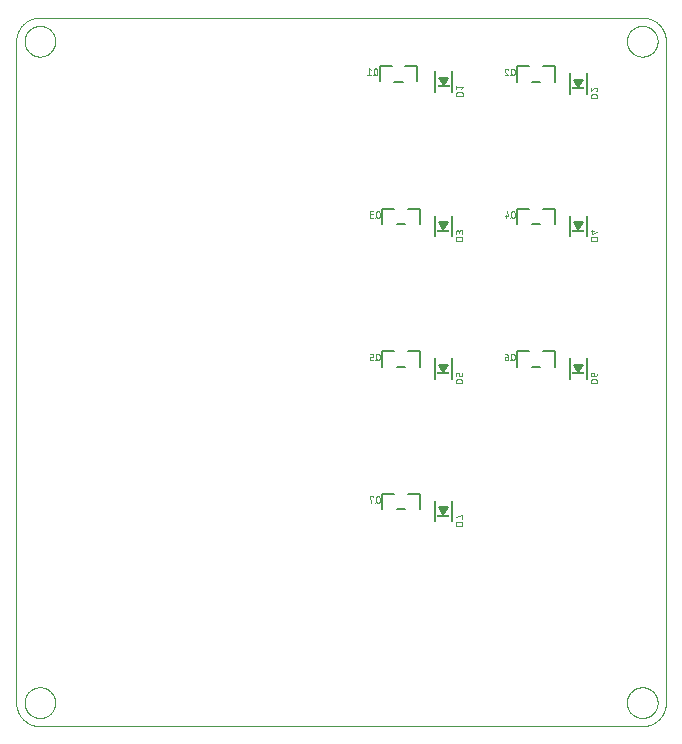
<source format=gbo>
G75*
%MOIN*%
%OFA0B0*%
%FSLAX25Y25*%
%IPPOS*%
%LPD*%
%AMOC8*
5,1,8,0,0,1.08239X$1,22.5*
%
%ADD10C,0.00001*%
%ADD11C,0.00800*%
%ADD12C,0.00200*%
%ADD13R,0.03937X0.00787*%
D10*
X0105675Y0063549D02*
X0105675Y0284021D01*
X0108431Y0284021D02*
X0108433Y0284164D01*
X0108439Y0284307D01*
X0108449Y0284449D01*
X0108463Y0284591D01*
X0108481Y0284733D01*
X0108503Y0284875D01*
X0108528Y0285015D01*
X0108558Y0285155D01*
X0108592Y0285294D01*
X0108629Y0285432D01*
X0108671Y0285569D01*
X0108716Y0285704D01*
X0108765Y0285838D01*
X0108817Y0285971D01*
X0108873Y0286103D01*
X0108933Y0286232D01*
X0108997Y0286360D01*
X0109064Y0286487D01*
X0109135Y0286611D01*
X0109209Y0286733D01*
X0109286Y0286853D01*
X0109367Y0286971D01*
X0109451Y0287087D01*
X0109538Y0287200D01*
X0109628Y0287311D01*
X0109722Y0287419D01*
X0109818Y0287525D01*
X0109917Y0287627D01*
X0110020Y0287727D01*
X0110124Y0287824D01*
X0110232Y0287919D01*
X0110342Y0288010D01*
X0110455Y0288098D01*
X0110570Y0288182D01*
X0110687Y0288264D01*
X0110807Y0288342D01*
X0110928Y0288417D01*
X0111052Y0288489D01*
X0111178Y0288557D01*
X0111305Y0288621D01*
X0111435Y0288682D01*
X0111566Y0288739D01*
X0111698Y0288793D01*
X0111832Y0288842D01*
X0111967Y0288889D01*
X0112104Y0288931D01*
X0112242Y0288969D01*
X0112380Y0289004D01*
X0112520Y0289034D01*
X0112660Y0289061D01*
X0112801Y0289084D01*
X0112943Y0289103D01*
X0113085Y0289118D01*
X0113228Y0289129D01*
X0113370Y0289136D01*
X0113513Y0289139D01*
X0113656Y0289138D01*
X0113799Y0289133D01*
X0113942Y0289124D01*
X0114084Y0289111D01*
X0114226Y0289094D01*
X0114367Y0289073D01*
X0114508Y0289048D01*
X0114648Y0289020D01*
X0114787Y0288987D01*
X0114925Y0288950D01*
X0115062Y0288910D01*
X0115198Y0288866D01*
X0115333Y0288818D01*
X0115466Y0288766D01*
X0115598Y0288711D01*
X0115728Y0288652D01*
X0115857Y0288589D01*
X0115983Y0288523D01*
X0116108Y0288453D01*
X0116231Y0288380D01*
X0116351Y0288304D01*
X0116470Y0288224D01*
X0116586Y0288140D01*
X0116700Y0288054D01*
X0116811Y0287964D01*
X0116920Y0287872D01*
X0117026Y0287776D01*
X0117130Y0287678D01*
X0117231Y0287576D01*
X0117328Y0287472D01*
X0117423Y0287365D01*
X0117515Y0287256D01*
X0117604Y0287144D01*
X0117690Y0287029D01*
X0117772Y0286913D01*
X0117851Y0286793D01*
X0117927Y0286672D01*
X0117999Y0286549D01*
X0118068Y0286424D01*
X0118133Y0286297D01*
X0118195Y0286168D01*
X0118253Y0286037D01*
X0118308Y0285905D01*
X0118358Y0285771D01*
X0118405Y0285636D01*
X0118449Y0285500D01*
X0118488Y0285363D01*
X0118523Y0285224D01*
X0118555Y0285085D01*
X0118583Y0284945D01*
X0118607Y0284804D01*
X0118627Y0284662D01*
X0118643Y0284520D01*
X0118655Y0284378D01*
X0118663Y0284235D01*
X0118667Y0284092D01*
X0118667Y0283950D01*
X0118663Y0283807D01*
X0118655Y0283664D01*
X0118643Y0283522D01*
X0118627Y0283380D01*
X0118607Y0283238D01*
X0118583Y0283097D01*
X0118555Y0282957D01*
X0118523Y0282818D01*
X0118488Y0282679D01*
X0118449Y0282542D01*
X0118405Y0282406D01*
X0118358Y0282271D01*
X0118308Y0282137D01*
X0118253Y0282005D01*
X0118195Y0281874D01*
X0118133Y0281745D01*
X0118068Y0281618D01*
X0117999Y0281493D01*
X0117927Y0281370D01*
X0117851Y0281249D01*
X0117772Y0281129D01*
X0117690Y0281013D01*
X0117604Y0280898D01*
X0117515Y0280786D01*
X0117423Y0280677D01*
X0117328Y0280570D01*
X0117231Y0280466D01*
X0117130Y0280364D01*
X0117026Y0280266D01*
X0116920Y0280170D01*
X0116811Y0280078D01*
X0116700Y0279988D01*
X0116586Y0279902D01*
X0116470Y0279818D01*
X0116351Y0279738D01*
X0116231Y0279662D01*
X0116108Y0279589D01*
X0115983Y0279519D01*
X0115857Y0279453D01*
X0115728Y0279390D01*
X0115598Y0279331D01*
X0115466Y0279276D01*
X0115333Y0279224D01*
X0115198Y0279176D01*
X0115062Y0279132D01*
X0114925Y0279092D01*
X0114787Y0279055D01*
X0114648Y0279022D01*
X0114508Y0278994D01*
X0114367Y0278969D01*
X0114226Y0278948D01*
X0114084Y0278931D01*
X0113942Y0278918D01*
X0113799Y0278909D01*
X0113656Y0278904D01*
X0113513Y0278903D01*
X0113370Y0278906D01*
X0113228Y0278913D01*
X0113085Y0278924D01*
X0112943Y0278939D01*
X0112801Y0278958D01*
X0112660Y0278981D01*
X0112520Y0279008D01*
X0112380Y0279038D01*
X0112242Y0279073D01*
X0112104Y0279111D01*
X0111967Y0279153D01*
X0111832Y0279200D01*
X0111698Y0279249D01*
X0111566Y0279303D01*
X0111435Y0279360D01*
X0111305Y0279421D01*
X0111178Y0279485D01*
X0111052Y0279553D01*
X0110928Y0279625D01*
X0110807Y0279700D01*
X0110687Y0279778D01*
X0110570Y0279860D01*
X0110455Y0279944D01*
X0110342Y0280032D01*
X0110232Y0280123D01*
X0110124Y0280218D01*
X0110020Y0280315D01*
X0109917Y0280415D01*
X0109818Y0280517D01*
X0109722Y0280623D01*
X0109628Y0280731D01*
X0109538Y0280842D01*
X0109451Y0280955D01*
X0109367Y0281071D01*
X0109286Y0281189D01*
X0109209Y0281309D01*
X0109135Y0281431D01*
X0109064Y0281555D01*
X0108997Y0281682D01*
X0108933Y0281810D01*
X0108873Y0281939D01*
X0108817Y0282071D01*
X0108765Y0282204D01*
X0108716Y0282338D01*
X0108671Y0282473D01*
X0108629Y0282610D01*
X0108592Y0282748D01*
X0108558Y0282887D01*
X0108528Y0283027D01*
X0108503Y0283167D01*
X0108481Y0283309D01*
X0108463Y0283451D01*
X0108449Y0283593D01*
X0108439Y0283735D01*
X0108433Y0283878D01*
X0108431Y0284021D01*
X0105675Y0284021D02*
X0105677Y0284211D01*
X0105684Y0284401D01*
X0105696Y0284591D01*
X0105712Y0284781D01*
X0105732Y0284970D01*
X0105758Y0285159D01*
X0105787Y0285347D01*
X0105822Y0285534D01*
X0105861Y0285720D01*
X0105904Y0285905D01*
X0105952Y0286090D01*
X0106004Y0286273D01*
X0106060Y0286454D01*
X0106121Y0286634D01*
X0106187Y0286813D01*
X0106256Y0286990D01*
X0106330Y0287166D01*
X0106408Y0287339D01*
X0106491Y0287511D01*
X0106577Y0287680D01*
X0106667Y0287848D01*
X0106762Y0288013D01*
X0106860Y0288176D01*
X0106963Y0288336D01*
X0107069Y0288494D01*
X0107179Y0288649D01*
X0107292Y0288802D01*
X0107410Y0288952D01*
X0107531Y0289098D01*
X0107655Y0289242D01*
X0107783Y0289383D01*
X0107914Y0289521D01*
X0108049Y0289656D01*
X0108187Y0289787D01*
X0108328Y0289915D01*
X0108472Y0290039D01*
X0108618Y0290160D01*
X0108768Y0290278D01*
X0108921Y0290391D01*
X0109076Y0290501D01*
X0109234Y0290607D01*
X0109394Y0290710D01*
X0109557Y0290808D01*
X0109722Y0290903D01*
X0109890Y0290993D01*
X0110059Y0291079D01*
X0110231Y0291162D01*
X0110404Y0291240D01*
X0110580Y0291314D01*
X0110757Y0291383D01*
X0110936Y0291449D01*
X0111116Y0291510D01*
X0111297Y0291566D01*
X0111480Y0291618D01*
X0111665Y0291666D01*
X0111850Y0291709D01*
X0112036Y0291748D01*
X0112223Y0291783D01*
X0112411Y0291812D01*
X0112600Y0291838D01*
X0112789Y0291858D01*
X0112979Y0291874D01*
X0113169Y0291886D01*
X0113359Y0291893D01*
X0113549Y0291895D01*
X0314336Y0291895D01*
X0309218Y0284021D02*
X0309220Y0284164D01*
X0309226Y0284307D01*
X0309236Y0284449D01*
X0309250Y0284591D01*
X0309268Y0284733D01*
X0309290Y0284875D01*
X0309315Y0285015D01*
X0309345Y0285155D01*
X0309379Y0285294D01*
X0309416Y0285432D01*
X0309458Y0285569D01*
X0309503Y0285704D01*
X0309552Y0285838D01*
X0309604Y0285971D01*
X0309660Y0286103D01*
X0309720Y0286232D01*
X0309784Y0286360D01*
X0309851Y0286487D01*
X0309922Y0286611D01*
X0309996Y0286733D01*
X0310073Y0286853D01*
X0310154Y0286971D01*
X0310238Y0287087D01*
X0310325Y0287200D01*
X0310415Y0287311D01*
X0310509Y0287419D01*
X0310605Y0287525D01*
X0310704Y0287627D01*
X0310807Y0287727D01*
X0310911Y0287824D01*
X0311019Y0287919D01*
X0311129Y0288010D01*
X0311242Y0288098D01*
X0311357Y0288182D01*
X0311474Y0288264D01*
X0311594Y0288342D01*
X0311715Y0288417D01*
X0311839Y0288489D01*
X0311965Y0288557D01*
X0312092Y0288621D01*
X0312222Y0288682D01*
X0312353Y0288739D01*
X0312485Y0288793D01*
X0312619Y0288842D01*
X0312754Y0288889D01*
X0312891Y0288931D01*
X0313029Y0288969D01*
X0313167Y0289004D01*
X0313307Y0289034D01*
X0313447Y0289061D01*
X0313588Y0289084D01*
X0313730Y0289103D01*
X0313872Y0289118D01*
X0314015Y0289129D01*
X0314157Y0289136D01*
X0314300Y0289139D01*
X0314443Y0289138D01*
X0314586Y0289133D01*
X0314729Y0289124D01*
X0314871Y0289111D01*
X0315013Y0289094D01*
X0315154Y0289073D01*
X0315295Y0289048D01*
X0315435Y0289020D01*
X0315574Y0288987D01*
X0315712Y0288950D01*
X0315849Y0288910D01*
X0315985Y0288866D01*
X0316120Y0288818D01*
X0316253Y0288766D01*
X0316385Y0288711D01*
X0316515Y0288652D01*
X0316644Y0288589D01*
X0316770Y0288523D01*
X0316895Y0288453D01*
X0317018Y0288380D01*
X0317138Y0288304D01*
X0317257Y0288224D01*
X0317373Y0288140D01*
X0317487Y0288054D01*
X0317598Y0287964D01*
X0317707Y0287872D01*
X0317813Y0287776D01*
X0317917Y0287678D01*
X0318018Y0287576D01*
X0318115Y0287472D01*
X0318210Y0287365D01*
X0318302Y0287256D01*
X0318391Y0287144D01*
X0318477Y0287029D01*
X0318559Y0286913D01*
X0318638Y0286793D01*
X0318714Y0286672D01*
X0318786Y0286549D01*
X0318855Y0286424D01*
X0318920Y0286297D01*
X0318982Y0286168D01*
X0319040Y0286037D01*
X0319095Y0285905D01*
X0319145Y0285771D01*
X0319192Y0285636D01*
X0319236Y0285500D01*
X0319275Y0285363D01*
X0319310Y0285224D01*
X0319342Y0285085D01*
X0319370Y0284945D01*
X0319394Y0284804D01*
X0319414Y0284662D01*
X0319430Y0284520D01*
X0319442Y0284378D01*
X0319450Y0284235D01*
X0319454Y0284092D01*
X0319454Y0283950D01*
X0319450Y0283807D01*
X0319442Y0283664D01*
X0319430Y0283522D01*
X0319414Y0283380D01*
X0319394Y0283238D01*
X0319370Y0283097D01*
X0319342Y0282957D01*
X0319310Y0282818D01*
X0319275Y0282679D01*
X0319236Y0282542D01*
X0319192Y0282406D01*
X0319145Y0282271D01*
X0319095Y0282137D01*
X0319040Y0282005D01*
X0318982Y0281874D01*
X0318920Y0281745D01*
X0318855Y0281618D01*
X0318786Y0281493D01*
X0318714Y0281370D01*
X0318638Y0281249D01*
X0318559Y0281129D01*
X0318477Y0281013D01*
X0318391Y0280898D01*
X0318302Y0280786D01*
X0318210Y0280677D01*
X0318115Y0280570D01*
X0318018Y0280466D01*
X0317917Y0280364D01*
X0317813Y0280266D01*
X0317707Y0280170D01*
X0317598Y0280078D01*
X0317487Y0279988D01*
X0317373Y0279902D01*
X0317257Y0279818D01*
X0317138Y0279738D01*
X0317018Y0279662D01*
X0316895Y0279589D01*
X0316770Y0279519D01*
X0316644Y0279453D01*
X0316515Y0279390D01*
X0316385Y0279331D01*
X0316253Y0279276D01*
X0316120Y0279224D01*
X0315985Y0279176D01*
X0315849Y0279132D01*
X0315712Y0279092D01*
X0315574Y0279055D01*
X0315435Y0279022D01*
X0315295Y0278994D01*
X0315154Y0278969D01*
X0315013Y0278948D01*
X0314871Y0278931D01*
X0314729Y0278918D01*
X0314586Y0278909D01*
X0314443Y0278904D01*
X0314300Y0278903D01*
X0314157Y0278906D01*
X0314015Y0278913D01*
X0313872Y0278924D01*
X0313730Y0278939D01*
X0313588Y0278958D01*
X0313447Y0278981D01*
X0313307Y0279008D01*
X0313167Y0279038D01*
X0313029Y0279073D01*
X0312891Y0279111D01*
X0312754Y0279153D01*
X0312619Y0279200D01*
X0312485Y0279249D01*
X0312353Y0279303D01*
X0312222Y0279360D01*
X0312092Y0279421D01*
X0311965Y0279485D01*
X0311839Y0279553D01*
X0311715Y0279625D01*
X0311594Y0279700D01*
X0311474Y0279778D01*
X0311357Y0279860D01*
X0311242Y0279944D01*
X0311129Y0280032D01*
X0311019Y0280123D01*
X0310911Y0280218D01*
X0310807Y0280315D01*
X0310704Y0280415D01*
X0310605Y0280517D01*
X0310509Y0280623D01*
X0310415Y0280731D01*
X0310325Y0280842D01*
X0310238Y0280955D01*
X0310154Y0281071D01*
X0310073Y0281189D01*
X0309996Y0281309D01*
X0309922Y0281431D01*
X0309851Y0281555D01*
X0309784Y0281682D01*
X0309720Y0281810D01*
X0309660Y0281939D01*
X0309604Y0282071D01*
X0309552Y0282204D01*
X0309503Y0282338D01*
X0309458Y0282473D01*
X0309416Y0282610D01*
X0309379Y0282748D01*
X0309345Y0282887D01*
X0309315Y0283027D01*
X0309290Y0283167D01*
X0309268Y0283309D01*
X0309250Y0283451D01*
X0309236Y0283593D01*
X0309226Y0283735D01*
X0309220Y0283878D01*
X0309218Y0284021D01*
X0314336Y0291895D02*
X0314526Y0291893D01*
X0314716Y0291886D01*
X0314906Y0291874D01*
X0315096Y0291858D01*
X0315285Y0291838D01*
X0315474Y0291812D01*
X0315662Y0291783D01*
X0315849Y0291748D01*
X0316035Y0291709D01*
X0316220Y0291666D01*
X0316405Y0291618D01*
X0316588Y0291566D01*
X0316769Y0291510D01*
X0316949Y0291449D01*
X0317128Y0291383D01*
X0317305Y0291314D01*
X0317481Y0291240D01*
X0317654Y0291162D01*
X0317826Y0291079D01*
X0317995Y0290993D01*
X0318163Y0290903D01*
X0318328Y0290808D01*
X0318491Y0290710D01*
X0318651Y0290607D01*
X0318809Y0290501D01*
X0318964Y0290391D01*
X0319117Y0290278D01*
X0319267Y0290160D01*
X0319413Y0290039D01*
X0319557Y0289915D01*
X0319698Y0289787D01*
X0319836Y0289656D01*
X0319971Y0289521D01*
X0320102Y0289383D01*
X0320230Y0289242D01*
X0320354Y0289098D01*
X0320475Y0288952D01*
X0320593Y0288802D01*
X0320706Y0288649D01*
X0320816Y0288494D01*
X0320922Y0288336D01*
X0321025Y0288176D01*
X0321123Y0288013D01*
X0321218Y0287848D01*
X0321308Y0287680D01*
X0321394Y0287511D01*
X0321477Y0287339D01*
X0321555Y0287166D01*
X0321629Y0286990D01*
X0321698Y0286813D01*
X0321764Y0286634D01*
X0321825Y0286454D01*
X0321881Y0286273D01*
X0321933Y0286090D01*
X0321981Y0285905D01*
X0322024Y0285720D01*
X0322063Y0285534D01*
X0322098Y0285347D01*
X0322127Y0285159D01*
X0322153Y0284970D01*
X0322173Y0284781D01*
X0322189Y0284591D01*
X0322201Y0284401D01*
X0322208Y0284211D01*
X0322210Y0284021D01*
X0322210Y0063549D01*
X0309218Y0063549D02*
X0309220Y0063692D01*
X0309226Y0063835D01*
X0309236Y0063977D01*
X0309250Y0064119D01*
X0309268Y0064261D01*
X0309290Y0064403D01*
X0309315Y0064543D01*
X0309345Y0064683D01*
X0309379Y0064822D01*
X0309416Y0064960D01*
X0309458Y0065097D01*
X0309503Y0065232D01*
X0309552Y0065366D01*
X0309604Y0065499D01*
X0309660Y0065631D01*
X0309720Y0065760D01*
X0309784Y0065888D01*
X0309851Y0066015D01*
X0309922Y0066139D01*
X0309996Y0066261D01*
X0310073Y0066381D01*
X0310154Y0066499D01*
X0310238Y0066615D01*
X0310325Y0066728D01*
X0310415Y0066839D01*
X0310509Y0066947D01*
X0310605Y0067053D01*
X0310704Y0067155D01*
X0310807Y0067255D01*
X0310911Y0067352D01*
X0311019Y0067447D01*
X0311129Y0067538D01*
X0311242Y0067626D01*
X0311357Y0067710D01*
X0311474Y0067792D01*
X0311594Y0067870D01*
X0311715Y0067945D01*
X0311839Y0068017D01*
X0311965Y0068085D01*
X0312092Y0068149D01*
X0312222Y0068210D01*
X0312353Y0068267D01*
X0312485Y0068321D01*
X0312619Y0068370D01*
X0312754Y0068417D01*
X0312891Y0068459D01*
X0313029Y0068497D01*
X0313167Y0068532D01*
X0313307Y0068562D01*
X0313447Y0068589D01*
X0313588Y0068612D01*
X0313730Y0068631D01*
X0313872Y0068646D01*
X0314015Y0068657D01*
X0314157Y0068664D01*
X0314300Y0068667D01*
X0314443Y0068666D01*
X0314586Y0068661D01*
X0314729Y0068652D01*
X0314871Y0068639D01*
X0315013Y0068622D01*
X0315154Y0068601D01*
X0315295Y0068576D01*
X0315435Y0068548D01*
X0315574Y0068515D01*
X0315712Y0068478D01*
X0315849Y0068438D01*
X0315985Y0068394D01*
X0316120Y0068346D01*
X0316253Y0068294D01*
X0316385Y0068239D01*
X0316515Y0068180D01*
X0316644Y0068117D01*
X0316770Y0068051D01*
X0316895Y0067981D01*
X0317018Y0067908D01*
X0317138Y0067832D01*
X0317257Y0067752D01*
X0317373Y0067668D01*
X0317487Y0067582D01*
X0317598Y0067492D01*
X0317707Y0067400D01*
X0317813Y0067304D01*
X0317917Y0067206D01*
X0318018Y0067104D01*
X0318115Y0067000D01*
X0318210Y0066893D01*
X0318302Y0066784D01*
X0318391Y0066672D01*
X0318477Y0066557D01*
X0318559Y0066441D01*
X0318638Y0066321D01*
X0318714Y0066200D01*
X0318786Y0066077D01*
X0318855Y0065952D01*
X0318920Y0065825D01*
X0318982Y0065696D01*
X0319040Y0065565D01*
X0319095Y0065433D01*
X0319145Y0065299D01*
X0319192Y0065164D01*
X0319236Y0065028D01*
X0319275Y0064891D01*
X0319310Y0064752D01*
X0319342Y0064613D01*
X0319370Y0064473D01*
X0319394Y0064332D01*
X0319414Y0064190D01*
X0319430Y0064048D01*
X0319442Y0063906D01*
X0319450Y0063763D01*
X0319454Y0063620D01*
X0319454Y0063478D01*
X0319450Y0063335D01*
X0319442Y0063192D01*
X0319430Y0063050D01*
X0319414Y0062908D01*
X0319394Y0062766D01*
X0319370Y0062625D01*
X0319342Y0062485D01*
X0319310Y0062346D01*
X0319275Y0062207D01*
X0319236Y0062070D01*
X0319192Y0061934D01*
X0319145Y0061799D01*
X0319095Y0061665D01*
X0319040Y0061533D01*
X0318982Y0061402D01*
X0318920Y0061273D01*
X0318855Y0061146D01*
X0318786Y0061021D01*
X0318714Y0060898D01*
X0318638Y0060777D01*
X0318559Y0060657D01*
X0318477Y0060541D01*
X0318391Y0060426D01*
X0318302Y0060314D01*
X0318210Y0060205D01*
X0318115Y0060098D01*
X0318018Y0059994D01*
X0317917Y0059892D01*
X0317813Y0059794D01*
X0317707Y0059698D01*
X0317598Y0059606D01*
X0317487Y0059516D01*
X0317373Y0059430D01*
X0317257Y0059346D01*
X0317138Y0059266D01*
X0317018Y0059190D01*
X0316895Y0059117D01*
X0316770Y0059047D01*
X0316644Y0058981D01*
X0316515Y0058918D01*
X0316385Y0058859D01*
X0316253Y0058804D01*
X0316120Y0058752D01*
X0315985Y0058704D01*
X0315849Y0058660D01*
X0315712Y0058620D01*
X0315574Y0058583D01*
X0315435Y0058550D01*
X0315295Y0058522D01*
X0315154Y0058497D01*
X0315013Y0058476D01*
X0314871Y0058459D01*
X0314729Y0058446D01*
X0314586Y0058437D01*
X0314443Y0058432D01*
X0314300Y0058431D01*
X0314157Y0058434D01*
X0314015Y0058441D01*
X0313872Y0058452D01*
X0313730Y0058467D01*
X0313588Y0058486D01*
X0313447Y0058509D01*
X0313307Y0058536D01*
X0313167Y0058566D01*
X0313029Y0058601D01*
X0312891Y0058639D01*
X0312754Y0058681D01*
X0312619Y0058728D01*
X0312485Y0058777D01*
X0312353Y0058831D01*
X0312222Y0058888D01*
X0312092Y0058949D01*
X0311965Y0059013D01*
X0311839Y0059081D01*
X0311715Y0059153D01*
X0311594Y0059228D01*
X0311474Y0059306D01*
X0311357Y0059388D01*
X0311242Y0059472D01*
X0311129Y0059560D01*
X0311019Y0059651D01*
X0310911Y0059746D01*
X0310807Y0059843D01*
X0310704Y0059943D01*
X0310605Y0060045D01*
X0310509Y0060151D01*
X0310415Y0060259D01*
X0310325Y0060370D01*
X0310238Y0060483D01*
X0310154Y0060599D01*
X0310073Y0060717D01*
X0309996Y0060837D01*
X0309922Y0060959D01*
X0309851Y0061083D01*
X0309784Y0061210D01*
X0309720Y0061338D01*
X0309660Y0061467D01*
X0309604Y0061599D01*
X0309552Y0061732D01*
X0309503Y0061866D01*
X0309458Y0062001D01*
X0309416Y0062138D01*
X0309379Y0062276D01*
X0309345Y0062415D01*
X0309315Y0062555D01*
X0309290Y0062695D01*
X0309268Y0062837D01*
X0309250Y0062979D01*
X0309236Y0063121D01*
X0309226Y0063263D01*
X0309220Y0063406D01*
X0309218Y0063549D01*
X0314336Y0055675D02*
X0314526Y0055677D01*
X0314716Y0055684D01*
X0314906Y0055696D01*
X0315096Y0055712D01*
X0315285Y0055732D01*
X0315474Y0055758D01*
X0315662Y0055787D01*
X0315849Y0055822D01*
X0316035Y0055861D01*
X0316220Y0055904D01*
X0316405Y0055952D01*
X0316588Y0056004D01*
X0316769Y0056060D01*
X0316949Y0056121D01*
X0317128Y0056187D01*
X0317305Y0056256D01*
X0317481Y0056330D01*
X0317654Y0056408D01*
X0317826Y0056491D01*
X0317995Y0056577D01*
X0318163Y0056667D01*
X0318328Y0056762D01*
X0318491Y0056860D01*
X0318651Y0056963D01*
X0318809Y0057069D01*
X0318964Y0057179D01*
X0319117Y0057292D01*
X0319267Y0057410D01*
X0319413Y0057531D01*
X0319557Y0057655D01*
X0319698Y0057783D01*
X0319836Y0057914D01*
X0319971Y0058049D01*
X0320102Y0058187D01*
X0320230Y0058328D01*
X0320354Y0058472D01*
X0320475Y0058618D01*
X0320593Y0058768D01*
X0320706Y0058921D01*
X0320816Y0059076D01*
X0320922Y0059234D01*
X0321025Y0059394D01*
X0321123Y0059557D01*
X0321218Y0059722D01*
X0321308Y0059890D01*
X0321394Y0060059D01*
X0321477Y0060231D01*
X0321555Y0060404D01*
X0321629Y0060580D01*
X0321698Y0060757D01*
X0321764Y0060936D01*
X0321825Y0061116D01*
X0321881Y0061297D01*
X0321933Y0061480D01*
X0321981Y0061665D01*
X0322024Y0061850D01*
X0322063Y0062036D01*
X0322098Y0062223D01*
X0322127Y0062411D01*
X0322153Y0062600D01*
X0322173Y0062789D01*
X0322189Y0062979D01*
X0322201Y0063169D01*
X0322208Y0063359D01*
X0322210Y0063549D01*
X0314336Y0055675D02*
X0113549Y0055675D01*
X0108431Y0063549D02*
X0108433Y0063692D01*
X0108439Y0063835D01*
X0108449Y0063977D01*
X0108463Y0064119D01*
X0108481Y0064261D01*
X0108503Y0064403D01*
X0108528Y0064543D01*
X0108558Y0064683D01*
X0108592Y0064822D01*
X0108629Y0064960D01*
X0108671Y0065097D01*
X0108716Y0065232D01*
X0108765Y0065366D01*
X0108817Y0065499D01*
X0108873Y0065631D01*
X0108933Y0065760D01*
X0108997Y0065888D01*
X0109064Y0066015D01*
X0109135Y0066139D01*
X0109209Y0066261D01*
X0109286Y0066381D01*
X0109367Y0066499D01*
X0109451Y0066615D01*
X0109538Y0066728D01*
X0109628Y0066839D01*
X0109722Y0066947D01*
X0109818Y0067053D01*
X0109917Y0067155D01*
X0110020Y0067255D01*
X0110124Y0067352D01*
X0110232Y0067447D01*
X0110342Y0067538D01*
X0110455Y0067626D01*
X0110570Y0067710D01*
X0110687Y0067792D01*
X0110807Y0067870D01*
X0110928Y0067945D01*
X0111052Y0068017D01*
X0111178Y0068085D01*
X0111305Y0068149D01*
X0111435Y0068210D01*
X0111566Y0068267D01*
X0111698Y0068321D01*
X0111832Y0068370D01*
X0111967Y0068417D01*
X0112104Y0068459D01*
X0112242Y0068497D01*
X0112380Y0068532D01*
X0112520Y0068562D01*
X0112660Y0068589D01*
X0112801Y0068612D01*
X0112943Y0068631D01*
X0113085Y0068646D01*
X0113228Y0068657D01*
X0113370Y0068664D01*
X0113513Y0068667D01*
X0113656Y0068666D01*
X0113799Y0068661D01*
X0113942Y0068652D01*
X0114084Y0068639D01*
X0114226Y0068622D01*
X0114367Y0068601D01*
X0114508Y0068576D01*
X0114648Y0068548D01*
X0114787Y0068515D01*
X0114925Y0068478D01*
X0115062Y0068438D01*
X0115198Y0068394D01*
X0115333Y0068346D01*
X0115466Y0068294D01*
X0115598Y0068239D01*
X0115728Y0068180D01*
X0115857Y0068117D01*
X0115983Y0068051D01*
X0116108Y0067981D01*
X0116231Y0067908D01*
X0116351Y0067832D01*
X0116470Y0067752D01*
X0116586Y0067668D01*
X0116700Y0067582D01*
X0116811Y0067492D01*
X0116920Y0067400D01*
X0117026Y0067304D01*
X0117130Y0067206D01*
X0117231Y0067104D01*
X0117328Y0067000D01*
X0117423Y0066893D01*
X0117515Y0066784D01*
X0117604Y0066672D01*
X0117690Y0066557D01*
X0117772Y0066441D01*
X0117851Y0066321D01*
X0117927Y0066200D01*
X0117999Y0066077D01*
X0118068Y0065952D01*
X0118133Y0065825D01*
X0118195Y0065696D01*
X0118253Y0065565D01*
X0118308Y0065433D01*
X0118358Y0065299D01*
X0118405Y0065164D01*
X0118449Y0065028D01*
X0118488Y0064891D01*
X0118523Y0064752D01*
X0118555Y0064613D01*
X0118583Y0064473D01*
X0118607Y0064332D01*
X0118627Y0064190D01*
X0118643Y0064048D01*
X0118655Y0063906D01*
X0118663Y0063763D01*
X0118667Y0063620D01*
X0118667Y0063478D01*
X0118663Y0063335D01*
X0118655Y0063192D01*
X0118643Y0063050D01*
X0118627Y0062908D01*
X0118607Y0062766D01*
X0118583Y0062625D01*
X0118555Y0062485D01*
X0118523Y0062346D01*
X0118488Y0062207D01*
X0118449Y0062070D01*
X0118405Y0061934D01*
X0118358Y0061799D01*
X0118308Y0061665D01*
X0118253Y0061533D01*
X0118195Y0061402D01*
X0118133Y0061273D01*
X0118068Y0061146D01*
X0117999Y0061021D01*
X0117927Y0060898D01*
X0117851Y0060777D01*
X0117772Y0060657D01*
X0117690Y0060541D01*
X0117604Y0060426D01*
X0117515Y0060314D01*
X0117423Y0060205D01*
X0117328Y0060098D01*
X0117231Y0059994D01*
X0117130Y0059892D01*
X0117026Y0059794D01*
X0116920Y0059698D01*
X0116811Y0059606D01*
X0116700Y0059516D01*
X0116586Y0059430D01*
X0116470Y0059346D01*
X0116351Y0059266D01*
X0116231Y0059190D01*
X0116108Y0059117D01*
X0115983Y0059047D01*
X0115857Y0058981D01*
X0115728Y0058918D01*
X0115598Y0058859D01*
X0115466Y0058804D01*
X0115333Y0058752D01*
X0115198Y0058704D01*
X0115062Y0058660D01*
X0114925Y0058620D01*
X0114787Y0058583D01*
X0114648Y0058550D01*
X0114508Y0058522D01*
X0114367Y0058497D01*
X0114226Y0058476D01*
X0114084Y0058459D01*
X0113942Y0058446D01*
X0113799Y0058437D01*
X0113656Y0058432D01*
X0113513Y0058431D01*
X0113370Y0058434D01*
X0113228Y0058441D01*
X0113085Y0058452D01*
X0112943Y0058467D01*
X0112801Y0058486D01*
X0112660Y0058509D01*
X0112520Y0058536D01*
X0112380Y0058566D01*
X0112242Y0058601D01*
X0112104Y0058639D01*
X0111967Y0058681D01*
X0111832Y0058728D01*
X0111698Y0058777D01*
X0111566Y0058831D01*
X0111435Y0058888D01*
X0111305Y0058949D01*
X0111178Y0059013D01*
X0111052Y0059081D01*
X0110928Y0059153D01*
X0110807Y0059228D01*
X0110687Y0059306D01*
X0110570Y0059388D01*
X0110455Y0059472D01*
X0110342Y0059560D01*
X0110232Y0059651D01*
X0110124Y0059746D01*
X0110020Y0059843D01*
X0109917Y0059943D01*
X0109818Y0060045D01*
X0109722Y0060151D01*
X0109628Y0060259D01*
X0109538Y0060370D01*
X0109451Y0060483D01*
X0109367Y0060599D01*
X0109286Y0060717D01*
X0109209Y0060837D01*
X0109135Y0060959D01*
X0109064Y0061083D01*
X0108997Y0061210D01*
X0108933Y0061338D01*
X0108873Y0061467D01*
X0108817Y0061599D01*
X0108765Y0061732D01*
X0108716Y0061866D01*
X0108671Y0062001D01*
X0108629Y0062138D01*
X0108592Y0062276D01*
X0108558Y0062415D01*
X0108528Y0062555D01*
X0108503Y0062695D01*
X0108481Y0062837D01*
X0108463Y0062979D01*
X0108449Y0063121D01*
X0108439Y0063263D01*
X0108433Y0063406D01*
X0108431Y0063549D01*
X0105675Y0063549D02*
X0105677Y0063359D01*
X0105684Y0063169D01*
X0105696Y0062979D01*
X0105712Y0062789D01*
X0105732Y0062600D01*
X0105758Y0062411D01*
X0105787Y0062223D01*
X0105822Y0062036D01*
X0105861Y0061850D01*
X0105904Y0061665D01*
X0105952Y0061480D01*
X0106004Y0061297D01*
X0106060Y0061116D01*
X0106121Y0060936D01*
X0106187Y0060757D01*
X0106256Y0060580D01*
X0106330Y0060404D01*
X0106408Y0060231D01*
X0106491Y0060059D01*
X0106577Y0059890D01*
X0106667Y0059722D01*
X0106762Y0059557D01*
X0106860Y0059394D01*
X0106963Y0059234D01*
X0107069Y0059076D01*
X0107179Y0058921D01*
X0107292Y0058768D01*
X0107410Y0058618D01*
X0107531Y0058472D01*
X0107655Y0058328D01*
X0107783Y0058187D01*
X0107914Y0058049D01*
X0108049Y0057914D01*
X0108187Y0057783D01*
X0108328Y0057655D01*
X0108472Y0057531D01*
X0108618Y0057410D01*
X0108768Y0057292D01*
X0108921Y0057179D01*
X0109076Y0057069D01*
X0109234Y0056963D01*
X0109394Y0056860D01*
X0109557Y0056762D01*
X0109722Y0056667D01*
X0109890Y0056577D01*
X0110059Y0056491D01*
X0110231Y0056408D01*
X0110404Y0056330D01*
X0110580Y0056256D01*
X0110757Y0056187D01*
X0110936Y0056121D01*
X0111116Y0056060D01*
X0111297Y0056004D01*
X0111480Y0055952D01*
X0111665Y0055904D01*
X0111850Y0055861D01*
X0112036Y0055822D01*
X0112223Y0055787D01*
X0112411Y0055758D01*
X0112600Y0055732D01*
X0112789Y0055712D01*
X0112979Y0055696D01*
X0113169Y0055684D01*
X0113359Y0055677D01*
X0113549Y0055675D01*
D11*
X0227713Y0127969D02*
X0227713Y0133137D01*
X0231684Y0133137D01*
X0236122Y0133137D02*
X0240094Y0133137D01*
X0240094Y0127969D01*
X0235425Y0127937D02*
X0232437Y0127937D01*
X0245281Y0130884D02*
X0245281Y0124010D01*
X0248037Y0126266D02*
X0246462Y0128628D01*
X0249612Y0128628D01*
X0248037Y0126266D01*
X0248037Y0127053D02*
X0247250Y0128234D01*
X0248825Y0128234D01*
X0248037Y0127053D01*
X0247712Y0127541D02*
X0248363Y0127541D01*
X0250793Y0130884D02*
X0250793Y0124010D01*
X0250793Y0171510D02*
X0250793Y0178384D01*
X0249612Y0176128D02*
X0246462Y0176128D01*
X0248037Y0173766D01*
X0249612Y0176128D01*
X0248825Y0175734D02*
X0247250Y0175734D01*
X0248037Y0174553D01*
X0248825Y0175734D01*
X0248636Y0175452D02*
X0247438Y0175452D01*
X0247970Y0174653D02*
X0248104Y0174653D01*
X0245281Y0171510D02*
X0245281Y0178384D01*
X0240094Y0180637D02*
X0240094Y0175469D01*
X0235425Y0175437D02*
X0232437Y0175437D01*
X0227713Y0175469D02*
X0227713Y0180637D01*
X0231684Y0180637D01*
X0236122Y0180637D02*
X0240094Y0180637D01*
X0272713Y0180637D02*
X0272713Y0175469D01*
X0277437Y0175437D02*
X0280425Y0175437D01*
X0285094Y0175469D02*
X0285094Y0180637D01*
X0281122Y0180637D01*
X0276684Y0180637D02*
X0272713Y0180637D01*
X0290281Y0178384D02*
X0290281Y0171510D01*
X0293037Y0173766D02*
X0291462Y0176128D01*
X0294612Y0176128D01*
X0293037Y0173766D01*
X0293037Y0174553D02*
X0292250Y0175734D01*
X0293825Y0175734D01*
X0293037Y0174553D01*
X0292970Y0174653D02*
X0293104Y0174653D01*
X0293636Y0175452D02*
X0292438Y0175452D01*
X0295793Y0178384D02*
X0295793Y0171510D01*
X0295793Y0219010D02*
X0295793Y0225884D01*
X0294612Y0223628D02*
X0291462Y0223628D01*
X0293037Y0221266D01*
X0294612Y0223628D01*
X0293825Y0223234D02*
X0292250Y0223234D01*
X0293037Y0222053D01*
X0293825Y0223234D01*
X0293378Y0222564D02*
X0292697Y0222564D01*
X0290281Y0225884D02*
X0290281Y0219010D01*
X0285094Y0222969D02*
X0285094Y0228137D01*
X0281122Y0228137D01*
X0276684Y0228137D02*
X0272713Y0228137D01*
X0272713Y0222969D01*
X0277437Y0222937D02*
X0280425Y0222937D01*
X0250793Y0225884D02*
X0250793Y0219010D01*
X0248037Y0221266D02*
X0246462Y0223628D01*
X0249612Y0223628D01*
X0248037Y0221266D01*
X0248037Y0222053D02*
X0247250Y0223234D01*
X0248825Y0223234D01*
X0248037Y0222053D01*
X0247697Y0222564D02*
X0248378Y0222564D01*
X0245281Y0225884D02*
X0245281Y0219010D01*
X0240094Y0222969D02*
X0240094Y0228137D01*
X0236122Y0228137D01*
X0231684Y0228137D02*
X0227713Y0228137D01*
X0227713Y0222969D01*
X0232437Y0222937D02*
X0235425Y0222937D01*
X0245419Y0267238D02*
X0245419Y0274112D01*
X0246600Y0271856D02*
X0248175Y0269494D01*
X0249750Y0271856D01*
X0246600Y0271856D01*
X0247388Y0271462D02*
X0248175Y0270281D01*
X0248962Y0271462D01*
X0247388Y0271462D01*
X0247514Y0271273D02*
X0248836Y0271273D01*
X0248304Y0270475D02*
X0248046Y0270475D01*
X0250931Y0267238D02*
X0250931Y0274112D01*
X0239366Y0275775D02*
X0239366Y0270606D01*
X0234696Y0270575D02*
X0231709Y0270575D01*
X0226984Y0270606D02*
X0226984Y0275775D01*
X0230956Y0275775D01*
X0235394Y0275775D02*
X0239366Y0275775D01*
X0272713Y0275637D02*
X0272713Y0270469D01*
X0277437Y0270437D02*
X0280425Y0270437D01*
X0285094Y0270469D02*
X0285094Y0275637D01*
X0281122Y0275637D01*
X0276684Y0275637D02*
X0272713Y0275637D01*
X0290281Y0273384D02*
X0290281Y0266510D01*
X0293037Y0268766D02*
X0291462Y0271128D01*
X0294612Y0271128D01*
X0293037Y0268766D01*
X0293037Y0269553D02*
X0292250Y0270734D01*
X0293825Y0270734D01*
X0293037Y0269553D01*
X0292955Y0269676D02*
X0293119Y0269676D01*
X0293652Y0270475D02*
X0292423Y0270475D01*
X0295793Y0273384D02*
X0295793Y0266510D01*
D12*
X0297137Y0267279D02*
X0297137Y0268501D01*
X0297137Y0267279D02*
X0298359Y0268318D01*
X0299338Y0267951D02*
X0299336Y0267899D01*
X0299330Y0267847D01*
X0299321Y0267795D01*
X0299307Y0267745D01*
X0299290Y0267695D01*
X0299269Y0267647D01*
X0299245Y0267601D01*
X0299218Y0267557D01*
X0299187Y0267514D01*
X0299153Y0267474D01*
X0299117Y0267437D01*
X0299077Y0267403D01*
X0299035Y0267371D01*
X0298992Y0267343D01*
X0298946Y0267318D01*
X0298898Y0267296D01*
X0298849Y0267278D01*
X0298359Y0268318D02*
X0298393Y0268351D01*
X0298430Y0268381D01*
X0298470Y0268409D01*
X0298511Y0268433D01*
X0298554Y0268453D01*
X0298599Y0268470D01*
X0298645Y0268484D01*
X0298692Y0268493D01*
X0298739Y0268499D01*
X0298787Y0268501D01*
X0298832Y0268499D01*
X0298878Y0268493D01*
X0298922Y0268484D01*
X0298966Y0268471D01*
X0299008Y0268455D01*
X0299049Y0268435D01*
X0299088Y0268411D01*
X0299125Y0268385D01*
X0299160Y0268356D01*
X0299192Y0268324D01*
X0299221Y0268289D01*
X0299247Y0268252D01*
X0299271Y0268213D01*
X0299291Y0268172D01*
X0299307Y0268130D01*
X0299320Y0268086D01*
X0299329Y0268042D01*
X0299335Y0267996D01*
X0299337Y0267951D01*
X0298726Y0266269D02*
X0297748Y0266269D01*
X0297700Y0266267D01*
X0297652Y0266261D01*
X0297605Y0266252D01*
X0297559Y0266239D01*
X0297514Y0266222D01*
X0297471Y0266202D01*
X0297429Y0266179D01*
X0297389Y0266152D01*
X0297351Y0266123D01*
X0297316Y0266090D01*
X0297283Y0266055D01*
X0297254Y0266017D01*
X0297227Y0265977D01*
X0297204Y0265935D01*
X0297184Y0265892D01*
X0297167Y0265847D01*
X0297154Y0265801D01*
X0297145Y0265754D01*
X0297139Y0265706D01*
X0297137Y0265658D01*
X0297137Y0265047D01*
X0299337Y0265047D01*
X0299337Y0265658D01*
X0299335Y0265706D01*
X0299329Y0265754D01*
X0299320Y0265801D01*
X0299307Y0265847D01*
X0299290Y0265892D01*
X0299270Y0265935D01*
X0299247Y0265977D01*
X0299220Y0266017D01*
X0299191Y0266055D01*
X0299158Y0266090D01*
X0299123Y0266123D01*
X0299085Y0266152D01*
X0299045Y0266179D01*
X0299003Y0266202D01*
X0298960Y0266222D01*
X0298915Y0266239D01*
X0298869Y0266252D01*
X0298822Y0266261D01*
X0298774Y0266267D01*
X0298726Y0266269D01*
X0271803Y0273248D02*
X0271803Y0274226D01*
X0271801Y0274274D01*
X0271795Y0274322D01*
X0271786Y0274369D01*
X0271773Y0274415D01*
X0271756Y0274460D01*
X0271736Y0274503D01*
X0271713Y0274545D01*
X0271686Y0274585D01*
X0271657Y0274623D01*
X0271624Y0274658D01*
X0271589Y0274691D01*
X0271551Y0274720D01*
X0271511Y0274747D01*
X0271469Y0274770D01*
X0271426Y0274790D01*
X0271381Y0274807D01*
X0271335Y0274820D01*
X0271288Y0274829D01*
X0271240Y0274835D01*
X0271192Y0274837D01*
X0271144Y0274835D01*
X0271096Y0274829D01*
X0271049Y0274820D01*
X0271003Y0274807D01*
X0270958Y0274790D01*
X0270915Y0274770D01*
X0270873Y0274747D01*
X0270833Y0274720D01*
X0270795Y0274691D01*
X0270760Y0274658D01*
X0270727Y0274623D01*
X0270698Y0274585D01*
X0270671Y0274545D01*
X0270648Y0274503D01*
X0270628Y0274460D01*
X0270611Y0274415D01*
X0270598Y0274369D01*
X0270589Y0274322D01*
X0270583Y0274274D01*
X0270581Y0274226D01*
X0270581Y0273248D01*
X0270826Y0273126D02*
X0270337Y0272637D01*
X0269700Y0272637D02*
X0268478Y0272637D01*
X0269700Y0272637D02*
X0268661Y0273859D01*
X0269028Y0274838D02*
X0269080Y0274836D01*
X0269132Y0274830D01*
X0269184Y0274821D01*
X0269234Y0274807D01*
X0269284Y0274790D01*
X0269332Y0274769D01*
X0269378Y0274745D01*
X0269422Y0274718D01*
X0269465Y0274687D01*
X0269505Y0274653D01*
X0269542Y0274617D01*
X0269576Y0274577D01*
X0269608Y0274535D01*
X0269636Y0274492D01*
X0269661Y0274446D01*
X0269683Y0274398D01*
X0269701Y0274349D01*
X0268661Y0273859D02*
X0268628Y0273893D01*
X0268598Y0273930D01*
X0268570Y0273970D01*
X0268546Y0274011D01*
X0268526Y0274054D01*
X0268509Y0274099D01*
X0268495Y0274145D01*
X0268486Y0274192D01*
X0268480Y0274239D01*
X0268478Y0274287D01*
X0268480Y0274332D01*
X0268486Y0274378D01*
X0268495Y0274422D01*
X0268508Y0274466D01*
X0268524Y0274508D01*
X0268544Y0274549D01*
X0268568Y0274588D01*
X0268594Y0274625D01*
X0268623Y0274660D01*
X0268655Y0274692D01*
X0268690Y0274721D01*
X0268727Y0274747D01*
X0268766Y0274771D01*
X0268807Y0274791D01*
X0268849Y0274807D01*
X0268893Y0274820D01*
X0268937Y0274829D01*
X0268983Y0274835D01*
X0269028Y0274837D01*
X0270581Y0273248D02*
X0270583Y0273200D01*
X0270589Y0273152D01*
X0270598Y0273105D01*
X0270611Y0273059D01*
X0270628Y0273014D01*
X0270648Y0272971D01*
X0270671Y0272929D01*
X0270698Y0272889D01*
X0270727Y0272851D01*
X0270760Y0272816D01*
X0270795Y0272783D01*
X0270833Y0272754D01*
X0270873Y0272727D01*
X0270915Y0272704D01*
X0270958Y0272684D01*
X0271003Y0272667D01*
X0271049Y0272654D01*
X0271096Y0272645D01*
X0271144Y0272639D01*
X0271192Y0272637D01*
X0271240Y0272639D01*
X0271288Y0272645D01*
X0271335Y0272654D01*
X0271381Y0272667D01*
X0271426Y0272684D01*
X0271469Y0272704D01*
X0271511Y0272727D01*
X0271551Y0272754D01*
X0271589Y0272783D01*
X0271624Y0272816D01*
X0271657Y0272851D01*
X0271686Y0272889D01*
X0271713Y0272929D01*
X0271736Y0272971D01*
X0271756Y0273014D01*
X0271773Y0273059D01*
X0271786Y0273105D01*
X0271795Y0273152D01*
X0271801Y0273200D01*
X0271803Y0273248D01*
X0254475Y0268618D02*
X0252275Y0268618D01*
X0252275Y0268007D02*
X0252275Y0269229D01*
X0253986Y0268007D02*
X0254475Y0268618D01*
X0253864Y0266997D02*
X0252886Y0266997D01*
X0252838Y0266995D01*
X0252790Y0266989D01*
X0252743Y0266980D01*
X0252697Y0266967D01*
X0252652Y0266950D01*
X0252609Y0266930D01*
X0252567Y0266907D01*
X0252527Y0266880D01*
X0252489Y0266851D01*
X0252454Y0266818D01*
X0252421Y0266783D01*
X0252392Y0266745D01*
X0252365Y0266705D01*
X0252342Y0266663D01*
X0252322Y0266620D01*
X0252305Y0266575D01*
X0252292Y0266529D01*
X0252283Y0266482D01*
X0252277Y0266434D01*
X0252275Y0266386D01*
X0252275Y0265775D01*
X0254475Y0265775D01*
X0254475Y0266386D01*
X0254473Y0266434D01*
X0254467Y0266482D01*
X0254458Y0266529D01*
X0254445Y0266575D01*
X0254428Y0266620D01*
X0254408Y0266663D01*
X0254385Y0266705D01*
X0254358Y0266745D01*
X0254329Y0266783D01*
X0254296Y0266818D01*
X0254261Y0266851D01*
X0254223Y0266880D01*
X0254183Y0266907D01*
X0254141Y0266930D01*
X0254098Y0266950D01*
X0254053Y0266967D01*
X0254007Y0266980D01*
X0253960Y0266989D01*
X0253912Y0266995D01*
X0253864Y0266997D01*
X0226075Y0273386D02*
X0226075Y0274364D01*
X0226073Y0274412D01*
X0226067Y0274460D01*
X0226058Y0274507D01*
X0226045Y0274553D01*
X0226028Y0274598D01*
X0226008Y0274641D01*
X0225985Y0274683D01*
X0225958Y0274723D01*
X0225929Y0274761D01*
X0225896Y0274796D01*
X0225861Y0274829D01*
X0225823Y0274858D01*
X0225783Y0274885D01*
X0225741Y0274908D01*
X0225698Y0274928D01*
X0225653Y0274945D01*
X0225607Y0274958D01*
X0225560Y0274967D01*
X0225512Y0274973D01*
X0225464Y0274975D01*
X0225416Y0274973D01*
X0225368Y0274967D01*
X0225321Y0274958D01*
X0225275Y0274945D01*
X0225230Y0274928D01*
X0225187Y0274908D01*
X0225145Y0274885D01*
X0225105Y0274858D01*
X0225067Y0274829D01*
X0225032Y0274796D01*
X0224999Y0274761D01*
X0224970Y0274723D01*
X0224943Y0274683D01*
X0224920Y0274641D01*
X0224900Y0274598D01*
X0224883Y0274553D01*
X0224870Y0274507D01*
X0224861Y0274460D01*
X0224855Y0274412D01*
X0224853Y0274364D01*
X0224853Y0273386D01*
X0225097Y0273264D02*
X0224608Y0272775D01*
X0223972Y0272775D02*
X0222749Y0272775D01*
X0223361Y0272775D02*
X0223361Y0274975D01*
X0223972Y0274486D01*
X0224853Y0273386D02*
X0224855Y0273338D01*
X0224861Y0273290D01*
X0224870Y0273243D01*
X0224883Y0273197D01*
X0224900Y0273152D01*
X0224920Y0273109D01*
X0224943Y0273067D01*
X0224970Y0273027D01*
X0224999Y0272989D01*
X0225032Y0272954D01*
X0225067Y0272921D01*
X0225105Y0272892D01*
X0225145Y0272865D01*
X0225187Y0272842D01*
X0225230Y0272822D01*
X0225275Y0272805D01*
X0225321Y0272792D01*
X0225368Y0272783D01*
X0225416Y0272777D01*
X0225464Y0272775D01*
X0225512Y0272777D01*
X0225560Y0272783D01*
X0225607Y0272792D01*
X0225653Y0272805D01*
X0225698Y0272822D01*
X0225741Y0272842D01*
X0225783Y0272865D01*
X0225823Y0272892D01*
X0225861Y0272921D01*
X0225896Y0272954D01*
X0225929Y0272989D01*
X0225958Y0273027D01*
X0225985Y0273067D01*
X0226008Y0273109D01*
X0226028Y0273152D01*
X0226045Y0273197D01*
X0226058Y0273243D01*
X0226067Y0273290D01*
X0226073Y0273338D01*
X0226075Y0273386D01*
X0224700Y0227337D02*
X0223967Y0227337D01*
X0223924Y0227335D01*
X0223882Y0227330D01*
X0223840Y0227320D01*
X0223800Y0227308D01*
X0223760Y0227291D01*
X0223723Y0227271D01*
X0223687Y0227249D01*
X0223653Y0227223D01*
X0223621Y0227194D01*
X0223592Y0227162D01*
X0223566Y0227128D01*
X0223544Y0227093D01*
X0223524Y0227055D01*
X0223507Y0227015D01*
X0223495Y0226975D01*
X0223485Y0226933D01*
X0223480Y0226891D01*
X0223478Y0226848D01*
X0223480Y0226805D01*
X0223485Y0226763D01*
X0223495Y0226721D01*
X0223507Y0226681D01*
X0223524Y0226641D01*
X0223544Y0226604D01*
X0223566Y0226568D01*
X0223592Y0226534D01*
X0223621Y0226502D01*
X0223653Y0226473D01*
X0223687Y0226447D01*
X0223723Y0226425D01*
X0223760Y0226405D01*
X0223800Y0226388D01*
X0223840Y0226376D01*
X0223882Y0226366D01*
X0223924Y0226361D01*
X0223967Y0226359D01*
X0224456Y0226359D01*
X0224089Y0226359D02*
X0224041Y0226357D01*
X0223993Y0226351D01*
X0223946Y0226342D01*
X0223900Y0226329D01*
X0223855Y0226312D01*
X0223812Y0226292D01*
X0223770Y0226269D01*
X0223730Y0226242D01*
X0223692Y0226213D01*
X0223657Y0226180D01*
X0223624Y0226145D01*
X0223595Y0226107D01*
X0223568Y0226067D01*
X0223545Y0226025D01*
X0223525Y0225982D01*
X0223508Y0225937D01*
X0223495Y0225891D01*
X0223486Y0225844D01*
X0223480Y0225796D01*
X0223478Y0225748D01*
X0223480Y0225700D01*
X0223486Y0225652D01*
X0223495Y0225605D01*
X0223508Y0225559D01*
X0223525Y0225514D01*
X0223545Y0225471D01*
X0223568Y0225429D01*
X0223595Y0225389D01*
X0223624Y0225351D01*
X0223657Y0225316D01*
X0223692Y0225283D01*
X0223730Y0225254D01*
X0223770Y0225227D01*
X0223812Y0225204D01*
X0223855Y0225184D01*
X0223900Y0225167D01*
X0223946Y0225154D01*
X0223993Y0225145D01*
X0224041Y0225139D01*
X0224089Y0225137D01*
X0224700Y0225137D01*
X0225337Y0225137D02*
X0225826Y0225626D01*
X0225581Y0225748D02*
X0225581Y0226726D01*
X0225583Y0226774D01*
X0225589Y0226822D01*
X0225598Y0226869D01*
X0225611Y0226915D01*
X0225628Y0226960D01*
X0225648Y0227003D01*
X0225671Y0227045D01*
X0225698Y0227085D01*
X0225727Y0227123D01*
X0225760Y0227158D01*
X0225795Y0227191D01*
X0225833Y0227220D01*
X0225873Y0227247D01*
X0225915Y0227270D01*
X0225958Y0227290D01*
X0226003Y0227307D01*
X0226049Y0227320D01*
X0226096Y0227329D01*
X0226144Y0227335D01*
X0226192Y0227337D01*
X0226240Y0227335D01*
X0226288Y0227329D01*
X0226335Y0227320D01*
X0226381Y0227307D01*
X0226426Y0227290D01*
X0226469Y0227270D01*
X0226511Y0227247D01*
X0226551Y0227220D01*
X0226589Y0227191D01*
X0226624Y0227158D01*
X0226657Y0227123D01*
X0226686Y0227085D01*
X0226713Y0227045D01*
X0226736Y0227003D01*
X0226756Y0226960D01*
X0226773Y0226915D01*
X0226786Y0226869D01*
X0226795Y0226822D01*
X0226801Y0226774D01*
X0226803Y0226726D01*
X0226803Y0225748D01*
X0226801Y0225700D01*
X0226795Y0225652D01*
X0226786Y0225605D01*
X0226773Y0225559D01*
X0226756Y0225514D01*
X0226736Y0225471D01*
X0226713Y0225429D01*
X0226686Y0225389D01*
X0226657Y0225351D01*
X0226624Y0225316D01*
X0226589Y0225283D01*
X0226551Y0225254D01*
X0226511Y0225227D01*
X0226469Y0225204D01*
X0226426Y0225184D01*
X0226381Y0225167D01*
X0226335Y0225154D01*
X0226288Y0225145D01*
X0226240Y0225139D01*
X0226192Y0225137D01*
X0226144Y0225139D01*
X0226096Y0225145D01*
X0226049Y0225154D01*
X0226003Y0225167D01*
X0225958Y0225184D01*
X0225915Y0225204D01*
X0225873Y0225227D01*
X0225833Y0225254D01*
X0225795Y0225283D01*
X0225760Y0225316D01*
X0225727Y0225351D01*
X0225698Y0225389D01*
X0225671Y0225429D01*
X0225648Y0225471D01*
X0225628Y0225514D01*
X0225611Y0225559D01*
X0225598Y0225605D01*
X0225589Y0225652D01*
X0225583Y0225700D01*
X0225581Y0225748D01*
X0252137Y0220390D02*
X0252137Y0219779D01*
X0252137Y0220390D02*
X0252139Y0220438D01*
X0252145Y0220486D01*
X0252154Y0220533D01*
X0252167Y0220579D01*
X0252184Y0220624D01*
X0252204Y0220667D01*
X0252227Y0220709D01*
X0252254Y0220749D01*
X0252283Y0220787D01*
X0252316Y0220822D01*
X0252351Y0220855D01*
X0252389Y0220884D01*
X0252429Y0220911D01*
X0252471Y0220934D01*
X0252514Y0220954D01*
X0252559Y0220971D01*
X0252605Y0220984D01*
X0252652Y0220993D01*
X0252700Y0220999D01*
X0252748Y0221001D01*
X0252796Y0220999D01*
X0252844Y0220993D01*
X0252891Y0220984D01*
X0252937Y0220971D01*
X0252982Y0220954D01*
X0253025Y0220934D01*
X0253067Y0220911D01*
X0253107Y0220884D01*
X0253145Y0220855D01*
X0253180Y0220822D01*
X0253213Y0220787D01*
X0253242Y0220749D01*
X0253269Y0220709D01*
X0253292Y0220667D01*
X0253312Y0220624D01*
X0253329Y0220579D01*
X0253342Y0220533D01*
X0253351Y0220486D01*
X0253357Y0220438D01*
X0253359Y0220390D01*
X0253359Y0220512D02*
X0253359Y0220023D01*
X0253359Y0220512D02*
X0253361Y0220555D01*
X0253366Y0220597D01*
X0253376Y0220639D01*
X0253388Y0220679D01*
X0253405Y0220719D01*
X0253425Y0220757D01*
X0253447Y0220792D01*
X0253473Y0220826D01*
X0253502Y0220858D01*
X0253534Y0220887D01*
X0253568Y0220913D01*
X0253604Y0220935D01*
X0253641Y0220955D01*
X0253681Y0220972D01*
X0253721Y0220984D01*
X0253763Y0220994D01*
X0253805Y0220999D01*
X0253848Y0221001D01*
X0253891Y0220999D01*
X0253933Y0220994D01*
X0253975Y0220984D01*
X0254015Y0220972D01*
X0254055Y0220955D01*
X0254093Y0220935D01*
X0254128Y0220913D01*
X0254162Y0220887D01*
X0254194Y0220858D01*
X0254223Y0220826D01*
X0254249Y0220792D01*
X0254271Y0220757D01*
X0254291Y0220719D01*
X0254308Y0220679D01*
X0254320Y0220639D01*
X0254330Y0220597D01*
X0254335Y0220555D01*
X0254337Y0220512D01*
X0254337Y0219779D01*
X0253726Y0218769D02*
X0252748Y0218769D01*
X0252700Y0218767D01*
X0252652Y0218761D01*
X0252605Y0218752D01*
X0252559Y0218739D01*
X0252514Y0218722D01*
X0252471Y0218702D01*
X0252429Y0218679D01*
X0252389Y0218652D01*
X0252351Y0218623D01*
X0252316Y0218590D01*
X0252283Y0218555D01*
X0252254Y0218517D01*
X0252227Y0218477D01*
X0252204Y0218435D01*
X0252184Y0218392D01*
X0252167Y0218347D01*
X0252154Y0218301D01*
X0252145Y0218254D01*
X0252139Y0218206D01*
X0252137Y0218158D01*
X0252137Y0217547D01*
X0254337Y0217547D01*
X0254337Y0218158D01*
X0254335Y0218206D01*
X0254329Y0218254D01*
X0254320Y0218301D01*
X0254307Y0218347D01*
X0254290Y0218392D01*
X0254270Y0218435D01*
X0254247Y0218477D01*
X0254220Y0218517D01*
X0254191Y0218555D01*
X0254158Y0218590D01*
X0254123Y0218623D01*
X0254085Y0218652D01*
X0254045Y0218679D01*
X0254003Y0218702D01*
X0253960Y0218722D01*
X0253915Y0218739D01*
X0253869Y0218752D01*
X0253822Y0218761D01*
X0253774Y0218767D01*
X0253726Y0218769D01*
X0268478Y0225626D02*
X0269700Y0225626D01*
X0269211Y0227337D01*
X0268845Y0226115D02*
X0268845Y0225137D01*
X0270337Y0225137D02*
X0270826Y0225626D01*
X0270581Y0225748D02*
X0270581Y0226726D01*
X0270583Y0226774D01*
X0270589Y0226822D01*
X0270598Y0226869D01*
X0270611Y0226915D01*
X0270628Y0226960D01*
X0270648Y0227003D01*
X0270671Y0227045D01*
X0270698Y0227085D01*
X0270727Y0227123D01*
X0270760Y0227158D01*
X0270795Y0227191D01*
X0270833Y0227220D01*
X0270873Y0227247D01*
X0270915Y0227270D01*
X0270958Y0227290D01*
X0271003Y0227307D01*
X0271049Y0227320D01*
X0271096Y0227329D01*
X0271144Y0227335D01*
X0271192Y0227337D01*
X0271240Y0227335D01*
X0271288Y0227329D01*
X0271335Y0227320D01*
X0271381Y0227307D01*
X0271426Y0227290D01*
X0271469Y0227270D01*
X0271511Y0227247D01*
X0271551Y0227220D01*
X0271589Y0227191D01*
X0271624Y0227158D01*
X0271657Y0227123D01*
X0271686Y0227085D01*
X0271713Y0227045D01*
X0271736Y0227003D01*
X0271756Y0226960D01*
X0271773Y0226915D01*
X0271786Y0226869D01*
X0271795Y0226822D01*
X0271801Y0226774D01*
X0271803Y0226726D01*
X0271803Y0225748D01*
X0271801Y0225700D01*
X0271795Y0225652D01*
X0271786Y0225605D01*
X0271773Y0225559D01*
X0271756Y0225514D01*
X0271736Y0225471D01*
X0271713Y0225429D01*
X0271686Y0225389D01*
X0271657Y0225351D01*
X0271624Y0225316D01*
X0271589Y0225283D01*
X0271551Y0225254D01*
X0271511Y0225227D01*
X0271469Y0225204D01*
X0271426Y0225184D01*
X0271381Y0225167D01*
X0271335Y0225154D01*
X0271288Y0225145D01*
X0271240Y0225139D01*
X0271192Y0225137D01*
X0271144Y0225139D01*
X0271096Y0225145D01*
X0271049Y0225154D01*
X0271003Y0225167D01*
X0270958Y0225184D01*
X0270915Y0225204D01*
X0270873Y0225227D01*
X0270833Y0225254D01*
X0270795Y0225283D01*
X0270760Y0225316D01*
X0270727Y0225351D01*
X0270698Y0225389D01*
X0270671Y0225429D01*
X0270648Y0225471D01*
X0270628Y0225514D01*
X0270611Y0225559D01*
X0270598Y0225605D01*
X0270589Y0225652D01*
X0270583Y0225700D01*
X0270581Y0225748D01*
X0297137Y0220634D02*
X0298115Y0220634D01*
X0297626Y0221001D02*
X0297626Y0219779D01*
X0299337Y0220268D01*
X0298726Y0218769D02*
X0297748Y0218769D01*
X0297700Y0218767D01*
X0297652Y0218761D01*
X0297605Y0218752D01*
X0297559Y0218739D01*
X0297514Y0218722D01*
X0297471Y0218702D01*
X0297429Y0218679D01*
X0297389Y0218652D01*
X0297351Y0218623D01*
X0297316Y0218590D01*
X0297283Y0218555D01*
X0297254Y0218517D01*
X0297227Y0218477D01*
X0297204Y0218435D01*
X0297184Y0218392D01*
X0297167Y0218347D01*
X0297154Y0218301D01*
X0297145Y0218254D01*
X0297139Y0218206D01*
X0297137Y0218158D01*
X0297137Y0217547D01*
X0299337Y0217547D01*
X0299337Y0218158D01*
X0299335Y0218206D01*
X0299329Y0218254D01*
X0299320Y0218301D01*
X0299307Y0218347D01*
X0299290Y0218392D01*
X0299270Y0218435D01*
X0299247Y0218477D01*
X0299220Y0218517D01*
X0299191Y0218555D01*
X0299158Y0218590D01*
X0299123Y0218623D01*
X0299085Y0218652D01*
X0299045Y0218679D01*
X0299003Y0218702D01*
X0298960Y0218722D01*
X0298915Y0218739D01*
X0298869Y0218752D01*
X0298822Y0218761D01*
X0298774Y0218767D01*
X0298726Y0218769D01*
X0271803Y0179226D02*
X0271803Y0178248D01*
X0271801Y0178200D01*
X0271795Y0178152D01*
X0271786Y0178105D01*
X0271773Y0178059D01*
X0271756Y0178014D01*
X0271736Y0177971D01*
X0271713Y0177929D01*
X0271686Y0177889D01*
X0271657Y0177851D01*
X0271624Y0177816D01*
X0271589Y0177783D01*
X0271551Y0177754D01*
X0271511Y0177727D01*
X0271469Y0177704D01*
X0271426Y0177684D01*
X0271381Y0177667D01*
X0271335Y0177654D01*
X0271288Y0177645D01*
X0271240Y0177639D01*
X0271192Y0177637D01*
X0271144Y0177639D01*
X0271096Y0177645D01*
X0271049Y0177654D01*
X0271003Y0177667D01*
X0270958Y0177684D01*
X0270915Y0177704D01*
X0270873Y0177727D01*
X0270833Y0177754D01*
X0270795Y0177783D01*
X0270760Y0177816D01*
X0270727Y0177851D01*
X0270698Y0177889D01*
X0270671Y0177929D01*
X0270648Y0177971D01*
X0270628Y0178014D01*
X0270611Y0178059D01*
X0270598Y0178105D01*
X0270589Y0178152D01*
X0270583Y0178200D01*
X0270581Y0178248D01*
X0270581Y0179226D01*
X0270583Y0179274D01*
X0270589Y0179322D01*
X0270598Y0179369D01*
X0270611Y0179415D01*
X0270628Y0179460D01*
X0270648Y0179503D01*
X0270671Y0179545D01*
X0270698Y0179585D01*
X0270727Y0179623D01*
X0270760Y0179658D01*
X0270795Y0179691D01*
X0270833Y0179720D01*
X0270873Y0179747D01*
X0270915Y0179770D01*
X0270958Y0179790D01*
X0271003Y0179807D01*
X0271049Y0179820D01*
X0271096Y0179829D01*
X0271144Y0179835D01*
X0271192Y0179837D01*
X0271240Y0179835D01*
X0271288Y0179829D01*
X0271335Y0179820D01*
X0271381Y0179807D01*
X0271426Y0179790D01*
X0271469Y0179770D01*
X0271511Y0179747D01*
X0271551Y0179720D01*
X0271589Y0179691D01*
X0271624Y0179658D01*
X0271657Y0179623D01*
X0271686Y0179585D01*
X0271713Y0179545D01*
X0271736Y0179503D01*
X0271756Y0179460D01*
X0271773Y0179415D01*
X0271786Y0179369D01*
X0271795Y0179322D01*
X0271801Y0179274D01*
X0271803Y0179226D01*
X0270826Y0178126D02*
X0270337Y0177637D01*
X0269700Y0178248D02*
X0269700Y0178859D01*
X0268967Y0178859D01*
X0269700Y0178859D02*
X0269698Y0178920D01*
X0269692Y0178982D01*
X0269683Y0179042D01*
X0269669Y0179102D01*
X0269652Y0179161D01*
X0269631Y0179219D01*
X0269607Y0179275D01*
X0269579Y0179330D01*
X0269548Y0179383D01*
X0269513Y0179434D01*
X0269476Y0179482D01*
X0269435Y0179528D01*
X0269391Y0179572D01*
X0269345Y0179613D01*
X0269297Y0179650D01*
X0269246Y0179685D01*
X0269193Y0179716D01*
X0269138Y0179744D01*
X0269082Y0179768D01*
X0269024Y0179789D01*
X0268965Y0179806D01*
X0268905Y0179820D01*
X0268845Y0179829D01*
X0268783Y0179835D01*
X0268722Y0179837D01*
X0268478Y0178371D02*
X0268478Y0178248D01*
X0268478Y0178371D02*
X0268480Y0178414D01*
X0268485Y0178456D01*
X0268495Y0178498D01*
X0268507Y0178538D01*
X0268524Y0178578D01*
X0268544Y0178616D01*
X0268566Y0178651D01*
X0268592Y0178685D01*
X0268621Y0178717D01*
X0268653Y0178746D01*
X0268687Y0178772D01*
X0268723Y0178794D01*
X0268760Y0178814D01*
X0268800Y0178831D01*
X0268840Y0178843D01*
X0268882Y0178853D01*
X0268924Y0178858D01*
X0268967Y0178860D01*
X0268478Y0178248D02*
X0268480Y0178200D01*
X0268486Y0178152D01*
X0268495Y0178105D01*
X0268508Y0178059D01*
X0268525Y0178014D01*
X0268545Y0177971D01*
X0268568Y0177929D01*
X0268595Y0177889D01*
X0268624Y0177851D01*
X0268657Y0177816D01*
X0268692Y0177783D01*
X0268730Y0177754D01*
X0268770Y0177727D01*
X0268812Y0177704D01*
X0268855Y0177684D01*
X0268900Y0177667D01*
X0268946Y0177654D01*
X0268993Y0177645D01*
X0269041Y0177639D01*
X0269089Y0177637D01*
X0269137Y0177639D01*
X0269185Y0177645D01*
X0269232Y0177654D01*
X0269278Y0177667D01*
X0269323Y0177684D01*
X0269366Y0177704D01*
X0269408Y0177727D01*
X0269448Y0177754D01*
X0269486Y0177783D01*
X0269521Y0177816D01*
X0269554Y0177851D01*
X0269583Y0177889D01*
X0269610Y0177929D01*
X0269633Y0177971D01*
X0269653Y0178014D01*
X0269670Y0178059D01*
X0269683Y0178105D01*
X0269692Y0178152D01*
X0269698Y0178200D01*
X0269700Y0178248D01*
X0254337Y0173501D02*
X0254337Y0172279D01*
X0253359Y0172279D01*
X0253359Y0173012D01*
X0253360Y0173012D02*
X0253358Y0173055D01*
X0253353Y0173097D01*
X0253343Y0173139D01*
X0253331Y0173179D01*
X0253314Y0173219D01*
X0253294Y0173257D01*
X0253272Y0173292D01*
X0253246Y0173326D01*
X0253217Y0173358D01*
X0253185Y0173387D01*
X0253151Y0173413D01*
X0253116Y0173435D01*
X0253078Y0173455D01*
X0253038Y0173472D01*
X0252998Y0173484D01*
X0252956Y0173494D01*
X0252914Y0173499D01*
X0252871Y0173501D01*
X0252626Y0173501D01*
X0252583Y0173499D01*
X0252541Y0173494D01*
X0252499Y0173484D01*
X0252459Y0173472D01*
X0252419Y0173455D01*
X0252381Y0173435D01*
X0252346Y0173413D01*
X0252312Y0173387D01*
X0252280Y0173358D01*
X0252251Y0173326D01*
X0252225Y0173292D01*
X0252203Y0173256D01*
X0252183Y0173219D01*
X0252166Y0173179D01*
X0252154Y0173139D01*
X0252144Y0173097D01*
X0252139Y0173055D01*
X0252137Y0173012D01*
X0252137Y0172279D01*
X0252748Y0171269D02*
X0253726Y0171269D01*
X0253774Y0171267D01*
X0253822Y0171261D01*
X0253869Y0171252D01*
X0253915Y0171239D01*
X0253960Y0171222D01*
X0254003Y0171202D01*
X0254045Y0171179D01*
X0254085Y0171152D01*
X0254123Y0171123D01*
X0254158Y0171090D01*
X0254191Y0171055D01*
X0254220Y0171017D01*
X0254247Y0170977D01*
X0254270Y0170935D01*
X0254290Y0170892D01*
X0254307Y0170847D01*
X0254320Y0170801D01*
X0254329Y0170754D01*
X0254335Y0170706D01*
X0254337Y0170658D01*
X0254337Y0170047D01*
X0252137Y0170047D01*
X0252137Y0170658D01*
X0252139Y0170706D01*
X0252145Y0170754D01*
X0252154Y0170801D01*
X0252167Y0170847D01*
X0252184Y0170892D01*
X0252204Y0170935D01*
X0252227Y0170977D01*
X0252254Y0171017D01*
X0252283Y0171055D01*
X0252316Y0171090D01*
X0252351Y0171123D01*
X0252389Y0171152D01*
X0252429Y0171179D01*
X0252471Y0171202D01*
X0252514Y0171222D01*
X0252559Y0171239D01*
X0252605Y0171252D01*
X0252652Y0171261D01*
X0252700Y0171267D01*
X0252748Y0171269D01*
X0226803Y0178248D02*
X0226803Y0179226D01*
X0226801Y0179274D01*
X0226795Y0179322D01*
X0226786Y0179369D01*
X0226773Y0179415D01*
X0226756Y0179460D01*
X0226736Y0179503D01*
X0226713Y0179545D01*
X0226686Y0179585D01*
X0226657Y0179623D01*
X0226624Y0179658D01*
X0226589Y0179691D01*
X0226551Y0179720D01*
X0226511Y0179747D01*
X0226469Y0179770D01*
X0226426Y0179790D01*
X0226381Y0179807D01*
X0226335Y0179820D01*
X0226288Y0179829D01*
X0226240Y0179835D01*
X0226192Y0179837D01*
X0226144Y0179835D01*
X0226096Y0179829D01*
X0226049Y0179820D01*
X0226003Y0179807D01*
X0225958Y0179790D01*
X0225915Y0179770D01*
X0225873Y0179747D01*
X0225833Y0179720D01*
X0225795Y0179691D01*
X0225760Y0179658D01*
X0225727Y0179623D01*
X0225698Y0179585D01*
X0225671Y0179545D01*
X0225648Y0179503D01*
X0225628Y0179460D01*
X0225611Y0179415D01*
X0225598Y0179369D01*
X0225589Y0179322D01*
X0225583Y0179274D01*
X0225581Y0179226D01*
X0225581Y0178248D01*
X0225826Y0178126D02*
X0225337Y0177637D01*
X0224700Y0177637D02*
X0223967Y0177637D01*
X0223924Y0177639D01*
X0223882Y0177644D01*
X0223840Y0177654D01*
X0223800Y0177666D01*
X0223760Y0177683D01*
X0223723Y0177703D01*
X0223687Y0177725D01*
X0223653Y0177751D01*
X0223621Y0177780D01*
X0223592Y0177812D01*
X0223566Y0177846D01*
X0223544Y0177881D01*
X0223524Y0177919D01*
X0223507Y0177959D01*
X0223495Y0177999D01*
X0223485Y0178041D01*
X0223480Y0178083D01*
X0223478Y0178126D01*
X0223478Y0178371D01*
X0223480Y0178414D01*
X0223485Y0178456D01*
X0223495Y0178498D01*
X0223507Y0178538D01*
X0223524Y0178578D01*
X0223544Y0178616D01*
X0223566Y0178651D01*
X0223592Y0178685D01*
X0223621Y0178717D01*
X0223653Y0178746D01*
X0223687Y0178772D01*
X0223723Y0178794D01*
X0223760Y0178814D01*
X0223800Y0178831D01*
X0223840Y0178843D01*
X0223882Y0178853D01*
X0223924Y0178858D01*
X0223967Y0178860D01*
X0223967Y0178859D02*
X0224700Y0178859D01*
X0224700Y0179837D01*
X0223478Y0179837D01*
X0225581Y0178248D02*
X0225583Y0178200D01*
X0225589Y0178152D01*
X0225598Y0178105D01*
X0225611Y0178059D01*
X0225628Y0178014D01*
X0225648Y0177971D01*
X0225671Y0177929D01*
X0225698Y0177889D01*
X0225727Y0177851D01*
X0225760Y0177816D01*
X0225795Y0177783D01*
X0225833Y0177754D01*
X0225873Y0177727D01*
X0225915Y0177704D01*
X0225958Y0177684D01*
X0226003Y0177667D01*
X0226049Y0177654D01*
X0226096Y0177645D01*
X0226144Y0177639D01*
X0226192Y0177637D01*
X0226240Y0177639D01*
X0226288Y0177645D01*
X0226335Y0177654D01*
X0226381Y0177667D01*
X0226426Y0177684D01*
X0226469Y0177704D01*
X0226511Y0177727D01*
X0226551Y0177754D01*
X0226589Y0177783D01*
X0226624Y0177816D01*
X0226657Y0177851D01*
X0226686Y0177889D01*
X0226713Y0177929D01*
X0226736Y0177971D01*
X0226756Y0178014D01*
X0226773Y0178059D01*
X0226786Y0178105D01*
X0226795Y0178152D01*
X0226801Y0178200D01*
X0226803Y0178248D01*
X0224700Y0132337D02*
X0223478Y0132337D01*
X0224089Y0130137D01*
X0225337Y0130137D02*
X0225826Y0130626D01*
X0225581Y0130748D02*
X0225581Y0131726D01*
X0225583Y0131774D01*
X0225589Y0131822D01*
X0225598Y0131869D01*
X0225611Y0131915D01*
X0225628Y0131960D01*
X0225648Y0132003D01*
X0225671Y0132045D01*
X0225698Y0132085D01*
X0225727Y0132123D01*
X0225760Y0132158D01*
X0225795Y0132191D01*
X0225833Y0132220D01*
X0225873Y0132247D01*
X0225915Y0132270D01*
X0225958Y0132290D01*
X0226003Y0132307D01*
X0226049Y0132320D01*
X0226096Y0132329D01*
X0226144Y0132335D01*
X0226192Y0132337D01*
X0226240Y0132335D01*
X0226288Y0132329D01*
X0226335Y0132320D01*
X0226381Y0132307D01*
X0226426Y0132290D01*
X0226469Y0132270D01*
X0226511Y0132247D01*
X0226551Y0132220D01*
X0226589Y0132191D01*
X0226624Y0132158D01*
X0226657Y0132123D01*
X0226686Y0132085D01*
X0226713Y0132045D01*
X0226736Y0132003D01*
X0226756Y0131960D01*
X0226773Y0131915D01*
X0226786Y0131869D01*
X0226795Y0131822D01*
X0226801Y0131774D01*
X0226803Y0131726D01*
X0226803Y0130748D01*
X0226801Y0130700D01*
X0226795Y0130652D01*
X0226786Y0130605D01*
X0226773Y0130559D01*
X0226756Y0130514D01*
X0226736Y0130471D01*
X0226713Y0130429D01*
X0226686Y0130389D01*
X0226657Y0130351D01*
X0226624Y0130316D01*
X0226589Y0130283D01*
X0226551Y0130254D01*
X0226511Y0130227D01*
X0226469Y0130204D01*
X0226426Y0130184D01*
X0226381Y0130167D01*
X0226335Y0130154D01*
X0226288Y0130145D01*
X0226240Y0130139D01*
X0226192Y0130137D01*
X0226144Y0130139D01*
X0226096Y0130145D01*
X0226049Y0130154D01*
X0226003Y0130167D01*
X0225958Y0130184D01*
X0225915Y0130204D01*
X0225873Y0130227D01*
X0225833Y0130254D01*
X0225795Y0130283D01*
X0225760Y0130316D01*
X0225727Y0130351D01*
X0225698Y0130389D01*
X0225671Y0130429D01*
X0225648Y0130471D01*
X0225628Y0130514D01*
X0225611Y0130559D01*
X0225598Y0130605D01*
X0225589Y0130652D01*
X0225583Y0130700D01*
X0225581Y0130748D01*
X0224700Y0132093D02*
X0224700Y0132337D01*
X0252137Y0125390D02*
X0254337Y0126001D01*
X0254337Y0124779D01*
X0254093Y0124779D01*
X0253726Y0123769D02*
X0252748Y0123769D01*
X0252700Y0123767D01*
X0252652Y0123761D01*
X0252605Y0123752D01*
X0252559Y0123739D01*
X0252514Y0123722D01*
X0252471Y0123702D01*
X0252429Y0123679D01*
X0252389Y0123652D01*
X0252351Y0123623D01*
X0252316Y0123590D01*
X0252283Y0123555D01*
X0252254Y0123517D01*
X0252227Y0123477D01*
X0252204Y0123435D01*
X0252184Y0123392D01*
X0252167Y0123347D01*
X0252154Y0123301D01*
X0252145Y0123254D01*
X0252139Y0123206D01*
X0252137Y0123158D01*
X0252137Y0122547D01*
X0254337Y0122547D01*
X0254337Y0123158D01*
X0254335Y0123206D01*
X0254329Y0123254D01*
X0254320Y0123301D01*
X0254307Y0123347D01*
X0254290Y0123392D01*
X0254270Y0123435D01*
X0254247Y0123477D01*
X0254220Y0123517D01*
X0254191Y0123555D01*
X0254158Y0123590D01*
X0254123Y0123623D01*
X0254085Y0123652D01*
X0254045Y0123679D01*
X0254003Y0123702D01*
X0253960Y0123722D01*
X0253915Y0123739D01*
X0253869Y0123752D01*
X0253822Y0123761D01*
X0253774Y0123767D01*
X0253726Y0123769D01*
X0297137Y0170047D02*
X0297137Y0170658D01*
X0297139Y0170706D01*
X0297145Y0170754D01*
X0297154Y0170801D01*
X0297167Y0170847D01*
X0297184Y0170892D01*
X0297204Y0170935D01*
X0297227Y0170977D01*
X0297254Y0171017D01*
X0297283Y0171055D01*
X0297316Y0171090D01*
X0297351Y0171123D01*
X0297389Y0171152D01*
X0297429Y0171179D01*
X0297471Y0171202D01*
X0297514Y0171222D01*
X0297559Y0171239D01*
X0297605Y0171252D01*
X0297652Y0171261D01*
X0297700Y0171267D01*
X0297748Y0171269D01*
X0298726Y0171269D01*
X0298774Y0171267D01*
X0298822Y0171261D01*
X0298869Y0171252D01*
X0298915Y0171239D01*
X0298960Y0171222D01*
X0299003Y0171202D01*
X0299045Y0171179D01*
X0299085Y0171152D01*
X0299123Y0171123D01*
X0299158Y0171090D01*
X0299191Y0171055D01*
X0299220Y0171017D01*
X0299247Y0170977D01*
X0299270Y0170935D01*
X0299290Y0170892D01*
X0299307Y0170847D01*
X0299320Y0170801D01*
X0299329Y0170754D01*
X0299335Y0170706D01*
X0299337Y0170658D01*
X0299337Y0170047D01*
X0297137Y0170047D01*
X0297748Y0172279D02*
X0298359Y0172279D01*
X0298359Y0173012D01*
X0298359Y0172278D02*
X0298420Y0172280D01*
X0298482Y0172286D01*
X0298542Y0172295D01*
X0298602Y0172309D01*
X0298661Y0172326D01*
X0298719Y0172347D01*
X0298775Y0172371D01*
X0298830Y0172399D01*
X0298883Y0172430D01*
X0298934Y0172465D01*
X0298982Y0172502D01*
X0299028Y0172543D01*
X0299072Y0172587D01*
X0299113Y0172633D01*
X0299150Y0172681D01*
X0299185Y0172732D01*
X0299216Y0172785D01*
X0299244Y0172840D01*
X0299268Y0172896D01*
X0299289Y0172954D01*
X0299306Y0173013D01*
X0299320Y0173073D01*
X0299329Y0173133D01*
X0299335Y0173195D01*
X0299337Y0173256D01*
X0298360Y0173012D02*
X0298358Y0173055D01*
X0298353Y0173097D01*
X0298343Y0173139D01*
X0298331Y0173179D01*
X0298314Y0173219D01*
X0298294Y0173257D01*
X0298272Y0173292D01*
X0298246Y0173326D01*
X0298217Y0173358D01*
X0298185Y0173387D01*
X0298151Y0173413D01*
X0298116Y0173435D01*
X0298078Y0173455D01*
X0298038Y0173472D01*
X0297998Y0173484D01*
X0297956Y0173494D01*
X0297914Y0173499D01*
X0297871Y0173501D01*
X0297748Y0173501D01*
X0297700Y0173499D01*
X0297652Y0173493D01*
X0297605Y0173484D01*
X0297559Y0173471D01*
X0297514Y0173454D01*
X0297471Y0173434D01*
X0297429Y0173411D01*
X0297389Y0173384D01*
X0297351Y0173355D01*
X0297316Y0173322D01*
X0297283Y0173287D01*
X0297254Y0173249D01*
X0297227Y0173209D01*
X0297204Y0173167D01*
X0297184Y0173124D01*
X0297167Y0173079D01*
X0297154Y0173033D01*
X0297145Y0172986D01*
X0297139Y0172938D01*
X0297137Y0172890D01*
X0297139Y0172842D01*
X0297145Y0172794D01*
X0297154Y0172747D01*
X0297167Y0172701D01*
X0297184Y0172656D01*
X0297204Y0172613D01*
X0297227Y0172571D01*
X0297254Y0172531D01*
X0297283Y0172493D01*
X0297316Y0172458D01*
X0297351Y0172425D01*
X0297389Y0172396D01*
X0297429Y0172369D01*
X0297471Y0172346D01*
X0297514Y0172326D01*
X0297559Y0172309D01*
X0297605Y0172296D01*
X0297652Y0172287D01*
X0297700Y0172281D01*
X0297748Y0172279D01*
D13*
X0293037Y0173372D03*
X0248037Y0173372D03*
X0248037Y0220872D03*
X0293037Y0220872D03*
X0293037Y0268372D03*
X0248175Y0269100D03*
X0248037Y0125872D03*
M02*

</source>
